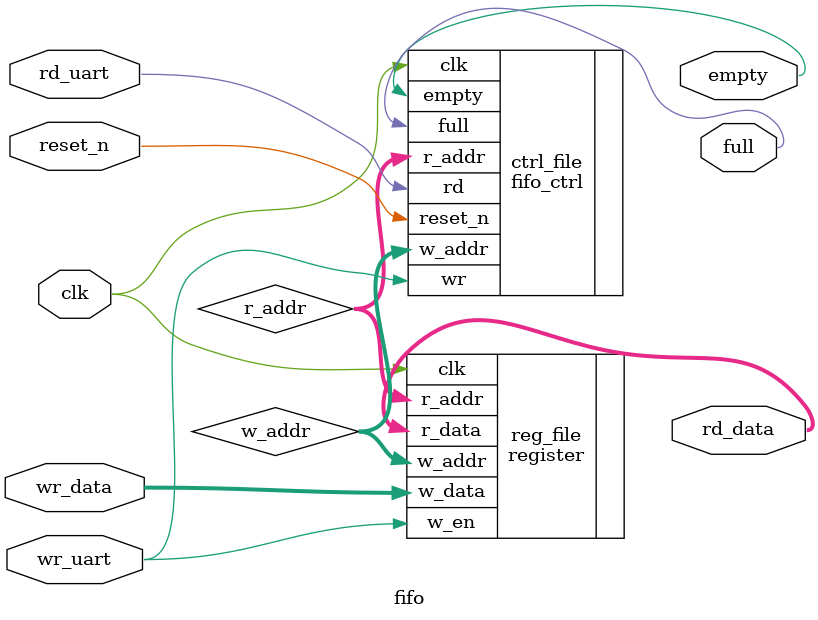
<source format=sv>
module fifo #(parameter ADDR_WIDTH = 8, DATA_WIDTH = 8) (
        // Inputs
        input  logic clk,
        input  logic reset_n,
        input  logic wr_uart, rd_uart,
        input  logic [DATA_WIDTH-1:0] wr_data,
        // Outputs
        output logic [DATA_WIDTH-1:0] rd_data,
        output logic full, empty
        );
        
        logic [ADDR_WIDTH-1:0] w_addr, r_addr;
        
        register #(.ADDR_WIDTH(ADDR_WIDTH), .DATA_WIDTH(DATA_WIDTH)) reg_file (
            .clk    (clk),
            .r_data (rd_data),
            .w_data (wr_data),
            .w_addr (w_addr),
            .r_addr (r_addr),
            .w_en   (wr_uart)       
        );    
        
        fifo_ctrl #(.ADDR_WIDTH(ADDR_WIDTH)) ctrl_file (
            .clk     (clk),
            .reset_n (reset_n),
            .wr      (wr_uart),
            .rd      (rd_uart),
            .full    (full),
            .empty   (empty),
            .w_addr  (w_addr),
            .r_addr  (r_addr)
        );

endmodule  
</source>
